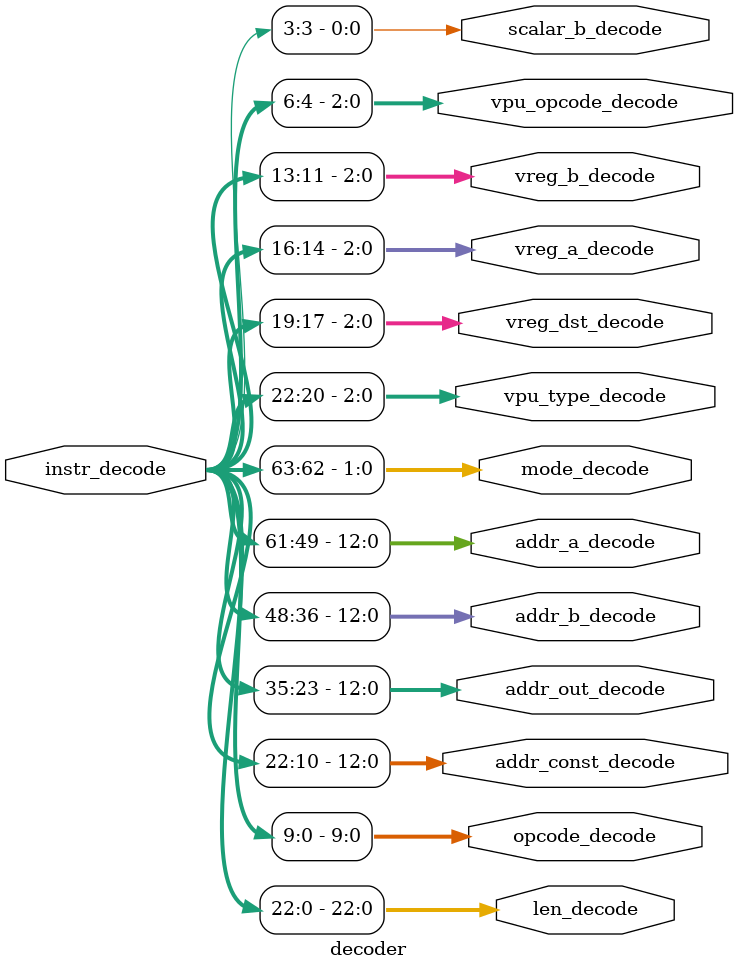
<source format=sv>
`timescale 1ns / 1ps


module decoder(
    input logic [63:0] instr_decode,
    output logic [22:0] len_decode,
    output logic [9:0] opcode_decode,
    output logic [12:0] addr_const_decode,
    output logic [12:0] addr_out_decode,
    output logic [12:0] addr_b_decode,
    output logic [12:0] addr_a_decode,
    output logic [1:0] mode_decode,

    // VPU SIMD fields
    output logic [2:0] vpu_type_decode,
    output logic [2:0] vreg_dst_decode,
    output logic [2:0] vreg_a_decode,
    output logic [2:0] vreg_b_decode,
    output logic [2:0] vpu_opcode_decode,
    output logic scalar_b_decode
    );

    assign len_decode = instr_decode[22:0];
    assign opcode_decode = instr_decode[9:0];
    assign addr_const_decode = instr_decode[22:10];
    assign addr_out_decode = instr_decode[35:23];
    assign addr_b_decode = instr_decode[48:36];
    assign addr_a_decode = instr_decode[61:49];
    assign mode_decode = instr_decode[63:62];

    // VPU SIMD instruction decoding
    assign vpu_type_decode = instr_decode[22:20];
    assign vreg_dst_decode = instr_decode[19:17];
    assign vreg_a_decode = instr_decode[16:14];
    assign vreg_b_decode = instr_decode[13:11];
    assign vpu_opcode_decode = instr_decode[6:4];
    assign scalar_b_decode = instr_decode[3];

endmodule

</source>
